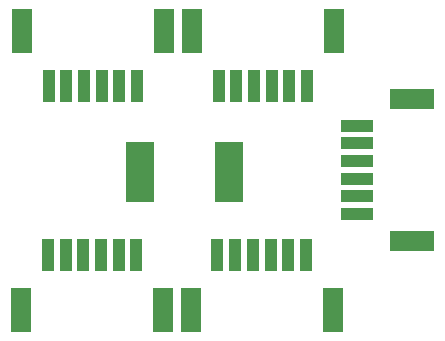
<source format=gtp>
G04*
G04 #@! TF.GenerationSoftware,Altium Limited,Altium Designer,21.6.1 (37)*
G04*
G04 Layer_Color=8421504*
%FSLAX44Y44*%
%MOMM*%
G71*
G04*
G04 #@! TF.SameCoordinates,4777B8CB-E48F-4368-B68D-2058CC3BE4D0*
G04*
G04*
G04 #@! TF.FilePolarity,Positive*
G04*
G01*
G75*
%ADD16R,2.7000X1.0000*%
%ADD17R,3.8000X1.8000*%
%ADD18R,1.0000X2.7000*%
%ADD19R,1.8000X3.8000*%
%ADD20R,2.4200X5.0900*%
D16*
X1642000Y2686500D02*
D03*
Y2701500D02*
D03*
Y2716500D02*
D03*
Y2731500D02*
D03*
Y2746500D02*
D03*
Y2761500D02*
D03*
D17*
X1689000Y2664000D02*
D03*
Y2784000D02*
D03*
D18*
X1600000Y2795000D02*
D03*
X1585000D02*
D03*
X1570000D02*
D03*
X1555000D02*
D03*
X1540000D02*
D03*
X1525000D02*
D03*
X1599000Y2652000D02*
D03*
X1584000D02*
D03*
X1569000D02*
D03*
X1554000D02*
D03*
X1539000D02*
D03*
X1524000D02*
D03*
X1455381D02*
D03*
X1440381D02*
D03*
X1425381D02*
D03*
X1410381D02*
D03*
X1395381D02*
D03*
X1380381D02*
D03*
X1381000Y2795000D02*
D03*
X1396000D02*
D03*
X1411000D02*
D03*
X1426000D02*
D03*
X1441000D02*
D03*
X1456000D02*
D03*
D19*
X1622500Y2842000D02*
D03*
X1502500D02*
D03*
X1621500Y2605000D02*
D03*
X1501500D02*
D03*
X1477881D02*
D03*
X1357881D02*
D03*
X1358500Y2842000D02*
D03*
X1478500D02*
D03*
D20*
X1533450Y2722000D02*
D03*
X1458550D02*
D03*
M02*

</source>
